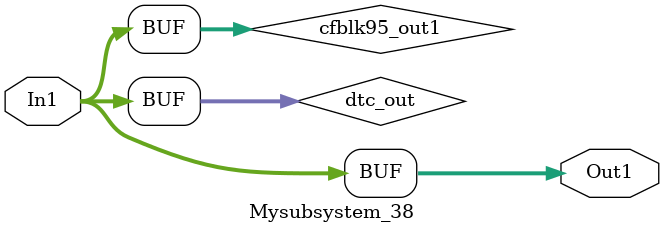
<source format=v>



`timescale 1 ns / 1 ns

module Mysubsystem_38
          (In1,
           Out1);


  input   [7:0] In1;  // uint8
  output  [7:0] Out1;  // uint8


  wire [7:0] dtc_out;  // ufix8
  wire [7:0] cfblk95_out1;  // uint8


  assign dtc_out = In1;



  assign cfblk95_out1 = dtc_out;



  assign Out1 = cfblk95_out1;

endmodule  // Mysubsystem_38


</source>
